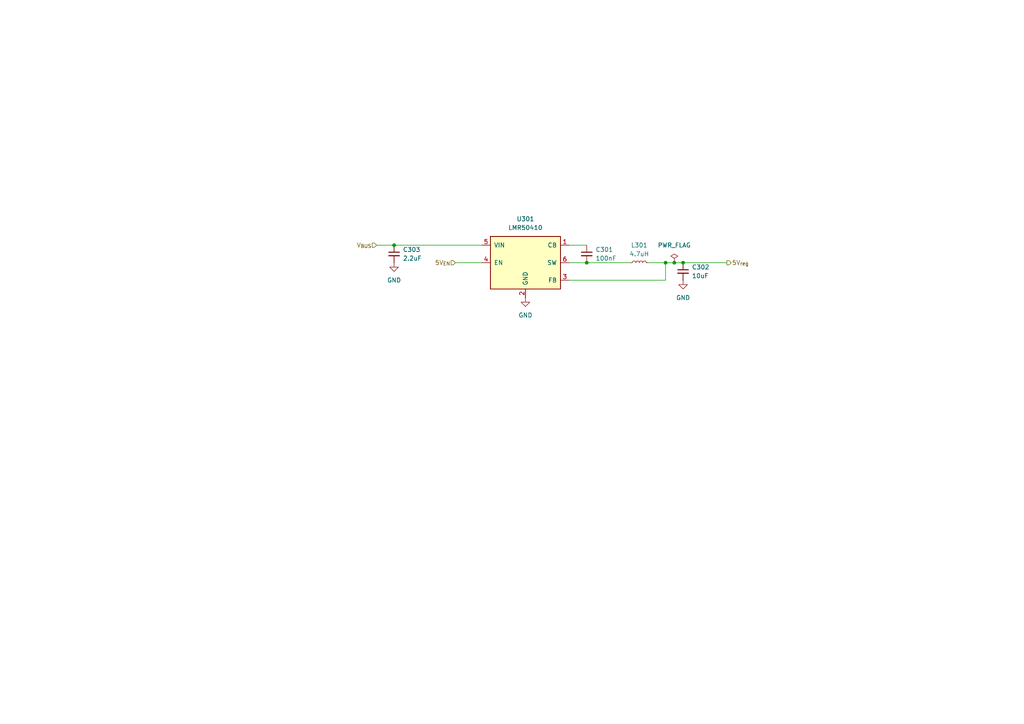
<source format=kicad_sch>
(kicad_sch (version 20250114) (generator "eeschema") (generator_version "9.0")
  (paper "A4")
  (lib_symbols
    (symbol "Device:C_Small" (pin_numbers (hide yes)) (pin_names (offset 0.254) (hide yes))
      (property "Reference" "C" (at 0.254 1.778 0))
      (property "Value" "C_Small" (at 0.254 -2.032 0))
      (symbol "C_Small_0_1"
        (polyline (pts (xy -1.524 0.508) (xy 1.524 0.508)) (stroke (width 0.3048)))
        (polyline (pts (xy -1.524 -0.508) (xy 1.524 -0.508)) (stroke (width 0.3302)))
      )
      (symbol "C_Small_1_1"
        (pin passive line (at 0 2.54 270) (length 2.032) (name "~") (number "1"))
        (pin passive line (at 0 -2.54 90) (length 2.032) (name "~") (number "2"))
      )
    )
    (symbol "Device:L_Small" (pin_numbers (hide yes)) (pin_names (offset 0.254) (hide yes))
      (property "Reference" "L" (at 0.762 1.016 0))
      (property "Value" "L_Small" (at 0.762 -1.016 0))
      (symbol "L_Small_0_1"
        (arc (start 0 2.032) (mid 0.5058 1.524) (end 0 1.016))
        (arc (start 0 1.016) (mid 0.5058 0.508) (end 0 0))
        (arc (start 0 0) (mid 0.5058 -0.508) (end 0 -1.016))
        (arc (start 0 -1.016) (mid 0.5058 -1.524) (end 0 -2.032))
      )
      (symbol "L_Small_1_1"
        (pin passive line (at 0 2.54 270) (length 0.508) (name "~") (number "1"))
        (pin passive line (at 0 -2.54 90) (length 0.508) (name "~") (number "2"))
      )
    )
    (symbol "Regulator_Switching:LMR50410" (pin_names (offset 1.016))
      (property "Reference" "U" (at -10.16 11.43 0))
      (property "Value" "LMR50410" (at -10.16 8.89 0))
      (symbol "LMR50410_0_1"
        (rectangle (start -10.16 7.62) (end 10.16 -7.62) (stroke (width 0.254)) (fill (type background)))
      )
      (symbol "LMR50410_1_1"
        (pin power_in line (at -12.7 5.08 0) (length 2.54) (name "VIN") (number "5"))
        (pin input line (at -12.7 0 0) (length 2.54) (name "EN") (number "4"))
        (pin power_in line (at 0 -10.16 90) (length 2.54) (name "GND") (number "2"))
        (pin input line (at 12.7 5.08 180) (length 2.54) (name "CB") (number "1"))
        (pin output line (at 12.7 0 180) (length 2.54) (name "SW") (number "6"))
        (pin input line (at 12.7 -5.08 180) (length 2.54) (name "FB") (number "3"))
      )
    )
    (symbol "power:GND" (power) (pin_numbers (hide yes)) (pin_names (offset 0) (hide yes))
      (property "Value" "GND" (at 0 -3.81 0))
      (symbol "GND_0_1"
        (polyline (pts (xy 0 0) (xy 0 -1.27) (xy 1.27 -1.27) (xy 0 -2.54) (xy -1.27 -1.27) (xy 0 -1.27)))
      )
      (symbol "GND_1_1"
        (pin power_in line (at 0 0 270) (length 0) (name "~") (number "1"))
      )
    )
    (symbol "power:PWR_FLAG" (power) (pin_numbers (hide yes)) (pin_names (offset 0) (hide yes))
      (property "Value" "PWR_FLAG" (at 0 3.81 0))
      (symbol "PWR_FLAG_0_0"
        (pin power_out line (at 0 0 90) (length 0) (name "~") (number "1"))
      )
      (symbol "PWR_FLAG_0_1"
        (polyline (pts (xy 0 0) (xy 0 1.27) (xy -1.016 1.905) (xy 0 2.54) (xy 1.016 1.905) (xy 0 1.27)))
      )
    )
  )
  (junction (at 193.04 76.2))
  (junction (at 198.12 76.2))
  (junction (at 195.58 76.2))
  (junction (at 170.18 76.2))
  (junction (at 114.3 71.12))
  (wire (pts (xy 132.08 76.2) (xy 139.7 76.2)))
  (wire (pts (xy 165.1 76.2) (xy 170.18 76.2)))
  (wire (pts (xy 165.1 81.28) (xy 193.04 81.28)))
  (wire (pts (xy 193.04 81.28) (xy 193.04 76.2)))
  (wire (pts (xy 114.3 71.12) (xy 139.7 71.12)))
  (wire (pts (xy 109.22 71.12) (xy 114.3 71.12)))
  (wire (pts (xy 198.12 76.2) (xy 210.82 76.2)))
  (wire (pts (xy 193.04 76.2) (xy 195.58 76.2)))
  (wire (pts (xy 165.1 71.12) (xy 170.18 71.12)))
  (wire (pts (xy 170.18 76.2) (xy 182.88 76.2)))
  (wire (pts (xy 195.58 76.2) (xy 198.12 76.2)))
  (wire (pts (xy 187.96 76.2) (xy 193.04 76.2)))
  (hierarchical_label "V_{BUS}" (shape input) (at 109.22 71.12 180))
  (hierarchical_label "5V_{EN}" (shape input) (at 132.08 76.2 180))
  (hierarchical_label "5V_{reg}" (shape output) (at 210.82 76.2 0))
  (symbol (lib_id "Device:C_Small") (at 198.12 78.74 0) (unit 1)
    (property "Reference" "C302" (at 200.66 77.4762 0) (effects (justify left)))
    (property "Value" "10uF" (at 200.66 80.0162 0) (effects (justify left)))
    (property "Description" "Unpolarized capacitor, small symbol" (effects (hide yes)))
  )
  (symbol (lib_id "Device:C_Small") (at 170.18 73.66 0) (unit 1)
    (property "Reference" "C301" (at 172.72 72.3962 0) (effects (justify left)))
    (property "Value" "100nF" (at 172.72 74.9362 0) (effects (justify left)))
    (property "Description" "Unpolarized capacitor, small symbol" (effects (hide yes)))
  )
  (symbol (lib_id "power:GND") (at 152.4 86.36 0) (unit 1)
    (property "Reference" "#PWR0301" (effects (hide yes)))
    (property "Value" "GND" (at 152.4 91.44 0))
    (property "Description" "Power symbol creates a global label with name \"GND\" , ground" (effects (hide yes)))
  )
  (symbol (lib_id "Device:C_Small") (at 114.3 73.66 0) (unit 1)
    (property "Reference" "C303" (at 116.84 72.3962 0) (effects (justify left)))
    (property "Value" "2.2uF" (at 116.84 74.9362 0) (effects (justify left)))
    (property "Description" "Unpolarized capacitor, small symbol" (effects (hide yes)))
  )
  (symbol (lib_id "power:GND") (at 114.3 76.2 0) (unit 1)
    (property "Reference" "#PWR0303" (effects (hide yes)))
    (property "Value" "GND" (at 114.3 81.28 0))
    (property "Description" "Power symbol creates a global label with name \"GND\" , ground" (effects (hide yes)))
  )
  (symbol (lib_id "Device:L_Small") (at 185.42 76.2 90) (unit 1)
    (property "Reference" "L301" (at 185.42 71.12 90))
    (property "Value" "4.7uH" (at 185.42 73.66 90))
    (property "Description" "Inductor, small symbol" (effects (hide yes)))
  )
  (symbol (lib_id "power:GND") (at 198.12 81.28 0) (unit 1)
    (property "Reference" "#PWR0302" (effects (hide yes)))
    (property "Value" "GND" (at 198.12 86.36 0))
    (property "Description" "Power symbol creates a global label with name \"GND\" , ground" (effects (hide yes)))
  )
  (symbol (lib_id "Regulator_Switching:LMR50410") (at 152.4 76.2 0) (unit 1)
    (property "Reference" "U301" (at 152.4 63.5 0))
    (property "Value" "LMR50410" (at 152.4 66.04 0))
    (property "Footprint" "Package_TO_SOT_SMD:SOT-23-6" (effects (hide yes)))
    (property "Datasheet" "http://www.ti.com/lit/ds/symlink/lmr50410.pdf" (effects (hide yes)))
    (property "Description" "Simple Switcher Buck Regulator, Vin=4-36V, Iout=1A, Adjustable output voltage, SOT-23-6 package" (effects (hide yes)))
  )
  (symbol (lib_id "power:PWR_FLAG") (at 195.58 76.2 0) (unit 1)
    (property "Reference" "#FLG0301" (effects (hide yes)))
    (property "Value" "PWR_FLAG" (at 195.58 71.12 0))
    (property "Description" "Special symbol for telling ERC where power comes from" (effects (hide yes)))
  )
)
</source>
